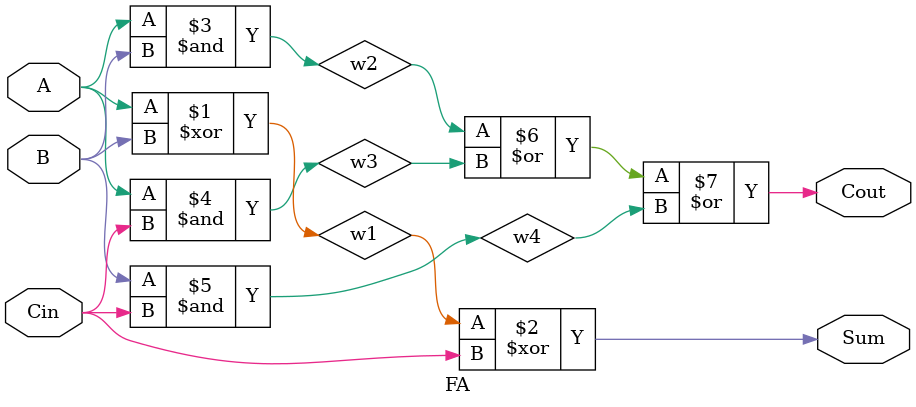
<source format=v>

module FA(Cout,Sum,A,B,Cin);
input A,B,Cin;
output Cout,Sum;
wire w1,w2,w3,w4;

xor x1(w1,A,B);
xor x2(Sum,w1,Cin);

and a1(w2,A,B);
and a2(w3,A,Cin);
and a3(w4,B,Cin);
or o1(Cout,w2,w3,w4);

endmodule
</source>
